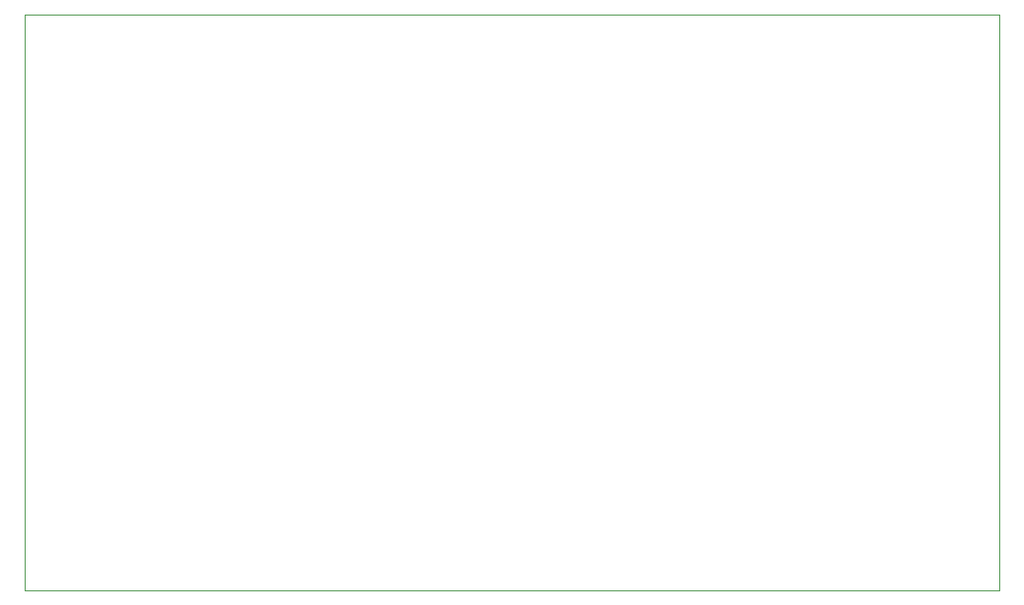
<source format=gm1>
%TF.GenerationSoftware,KiCad,Pcbnew,5.1.9-73d0e3b20d~88~ubuntu20.04.1*%
%TF.CreationDate,2021-08-29T02:04:36+07:00*%
%TF.ProjectId,rf_gpr,72665f67-7072-42e6-9b69-6361645f7063,rev?*%
%TF.SameCoordinates,Original*%
%TF.FileFunction,Profile,NP*%
%FSLAX46Y46*%
G04 Gerber Fmt 4.6, Leading zero omitted, Abs format (unit mm)*
G04 Created by KiCad (PCBNEW 5.1.9-73d0e3b20d~88~ubuntu20.04.1) date 2021-08-29 02:04:36*
%MOMM*%
%LPD*%
G01*
G04 APERTURE LIST*
%TA.AperFunction,Profile*%
%ADD10C,0.050000*%
%TD*%
G04 APERTURE END LIST*
D10*
X74930000Y-50800000D02*
X74930000Y-52070000D01*
X165100000Y-50800000D02*
X74930000Y-50800000D01*
X165100000Y-104140000D02*
X165100000Y-50800000D01*
X74930000Y-104140000D02*
X165100000Y-104140000D01*
X74930000Y-52070000D02*
X74930000Y-104140000D01*
M02*

</source>
